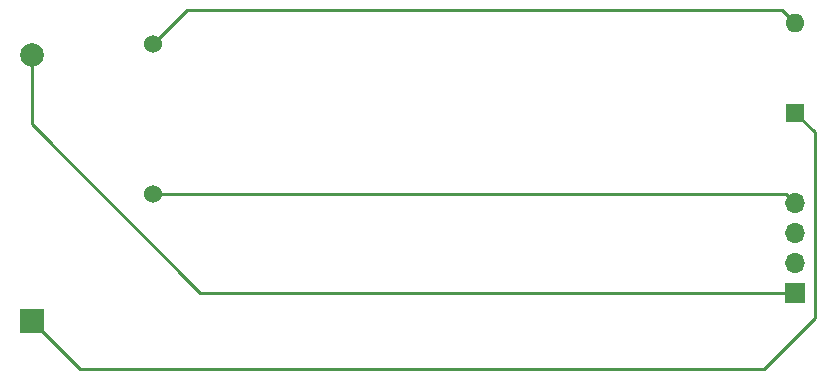
<source format=gbr>
%TF.GenerationSoftware,KiCad,Pcbnew,7.0.10*%
%TF.CreationDate,2024-01-20T15:42:19-06:00*%
%TF.ProjectId,AAA Battery Board,41414120-4261-4747-9465-727920426f61,rev?*%
%TF.SameCoordinates,Original*%
%TF.FileFunction,Copper,L1,Top*%
%TF.FilePolarity,Positive*%
%FSLAX46Y46*%
G04 Gerber Fmt 4.6, Leading zero omitted, Abs format (unit mm)*
G04 Created by KiCad (PCBNEW 7.0.10) date 2024-01-20 15:42:19*
%MOMM*%
%LPD*%
G01*
G04 APERTURE LIST*
%TA.AperFunction,ComponentPad*%
%ADD10R,1.700000X1.700000*%
%TD*%
%TA.AperFunction,ComponentPad*%
%ADD11O,1.700000X1.700000*%
%TD*%
%TA.AperFunction,ComponentPad*%
%ADD12R,2.006600X2.006600*%
%TD*%
%TA.AperFunction,ComponentPad*%
%ADD13C,2.006600*%
%TD*%
%TA.AperFunction,ComponentPad*%
%ADD14R,1.600000X1.600000*%
%TD*%
%TA.AperFunction,ComponentPad*%
%ADD15O,1.600000X1.600000*%
%TD*%
%TA.AperFunction,ComponentPad*%
%ADD16C,1.530000*%
%TD*%
%TA.AperFunction,Conductor*%
%ADD17C,0.250000*%
%TD*%
G04 APERTURE END LIST*
D10*
%TO.P,J1,1,Pin_1*%
%TO.N,Net-(J1-Pin_1)*%
X175260000Y-89027000D03*
D11*
%TO.P,J1,2,Pin_2*%
%TO.N,unconnected-(J1-Pin_2-Pad2)*%
X175260000Y-86487000D03*
%TO.P,J1,3,Pin_3*%
%TO.N,unconnected-(J1-Pin_3-Pad3)*%
X175260000Y-83947000D03*
%TO.P,J1,4,Pin_4*%
%TO.N,Net-(J1-Pin_4)*%
X175260000Y-81407000D03*
%TD*%
D12*
%TO.P,F1,1,1*%
%TO.N,Net-(D1-K)*%
X110617000Y-91440000D03*
D13*
%TO.P,F1,2,2*%
%TO.N,Net-(J1-Pin_1)*%
X110617000Y-68840000D03*
%TD*%
D14*
%TO.P,D1,1,K*%
%TO.N,Net-(D1-K)*%
X175260000Y-73787000D03*
D15*
%TO.P,D1,2,A*%
%TO.N,Net-(D1-A)*%
X175260000Y-66167000D03*
%TD*%
D16*
%TO.P,3 x AAA (~4.5V),N*%
%TO.N,Net-(J1-Pin_4)*%
X120904000Y-80645000D03*
%TO.P,3 x AAA (~4.5V),P*%
%TO.N,Net-(D1-A)*%
X120904000Y-67945000D03*
%TD*%
D17*
%TO.N,Net-(D1-A)*%
X174160001Y-65067001D02*
X123781999Y-65067001D01*
X123781999Y-65067001D02*
X120904000Y-67945000D01*
X175260000Y-66167000D02*
X174160001Y-65067001D01*
%TO.N,Net-(J1-Pin_4)*%
X120904000Y-80645000D02*
X174498000Y-80645000D01*
X174498000Y-80645000D02*
X175260000Y-81407000D01*
%TO.N,Net-(D1-K)*%
X110617000Y-91440000D02*
X114681000Y-95504000D01*
X114681000Y-95504000D02*
X172593000Y-95504000D01*
X176911000Y-91186000D02*
X176911000Y-75438000D01*
X176911000Y-75438000D02*
X175260000Y-73787000D01*
X172593000Y-95504000D02*
X176911000Y-91186000D01*
%TO.N,Net-(J1-Pin_1)*%
X124895754Y-89027000D02*
X110617000Y-74748246D01*
X110617000Y-74748246D02*
X110617000Y-68840000D01*
X175260000Y-89027000D02*
X124895754Y-89027000D01*
%TD*%
M02*

</source>
